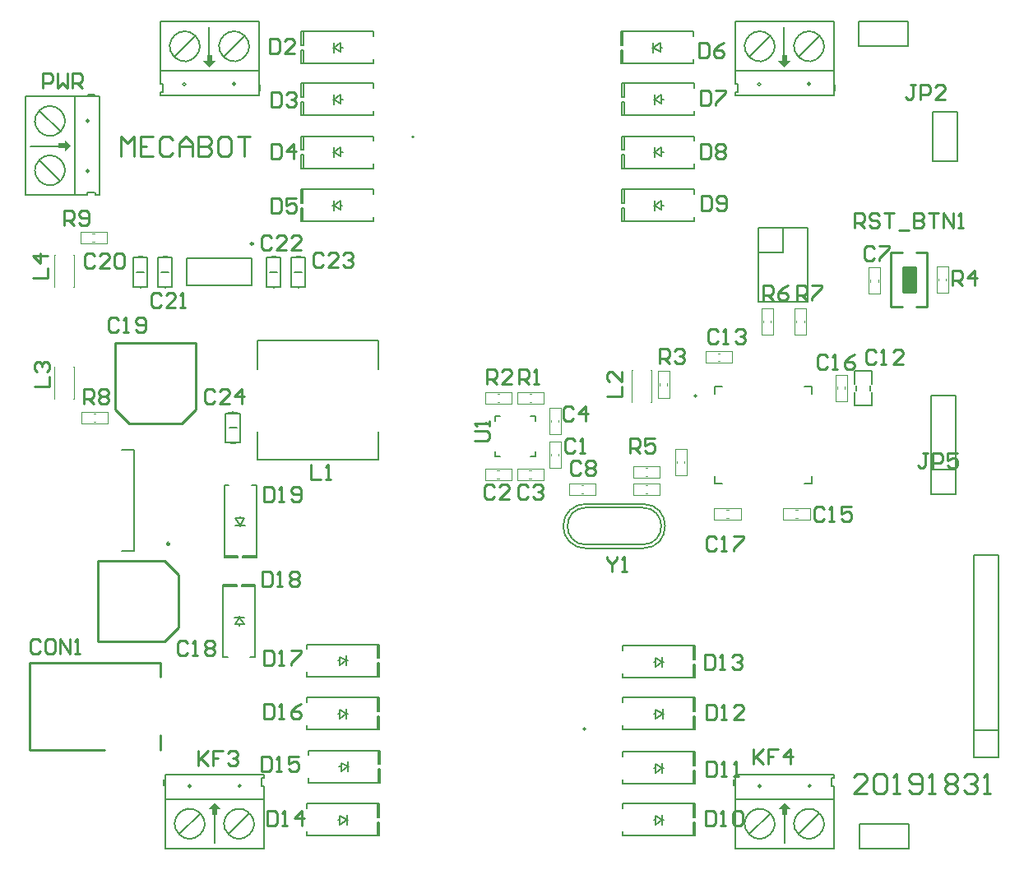
<source format=gto>
G04*
G04 #@! TF.GenerationSoftware,Altium Limited,Altium Designer,24.1.2 (44)*
G04*
G04 Layer_Color=65535*
%FSLAX44Y44*%
%MOMM*%
G71*
G04*
G04 #@! TF.SameCoordinates,62CA38D4-F58F-499B-8EE2-8B19808DB9CE*
G04*
G04*
G04 #@! TF.FilePolarity,Positive*
G04*
G01*
G75*
%ADD10C,0.1778*%
%ADD11C,0.2000*%
%ADD12C,0.1270*%
%ADD13C,0.2500*%
%ADD14C,0.2540*%
%ADD15C,0.1016*%
%ADD16R,1.2700X2.5400*%
G36*
X198000Y52309D02*
X191650Y45959D01*
X195460D01*
Y39609D01*
X200540D01*
Y45959D01*
X204350D01*
X198000Y52309D01*
D02*
G37*
G36*
X784740D02*
X778390Y45959D01*
X782200D01*
Y39609D01*
X787280D01*
Y45959D01*
X791090D01*
X784740Y52309D01*
D02*
G37*
G36*
X50340Y728900D02*
X43990Y735250D01*
Y731440D01*
X37640D01*
Y726360D01*
X43990D01*
Y722550D01*
X50340Y728900D01*
D02*
G37*
G36*
X192920Y809610D02*
X199270Y815960D01*
X195460D01*
Y822310D01*
X190380D01*
Y815960D01*
X186570D01*
X192920Y809610D01*
D02*
G37*
G36*
X784740D02*
X791090Y815960D01*
X787280D01*
Y822310D01*
X782200D01*
Y815960D01*
X778390D01*
X784740Y809610D01*
D02*
G37*
D10*
X40291Y693402D02*
G03*
X38922Y692024I-11541J10098D01*
G01*
X68984Y754300D02*
G03*
X68984Y754300I-1626J0D01*
G01*
X69238Y702992D02*
G03*
X69238Y702992I-1626J0D01*
G01*
X40447Y744383D02*
G03*
X38922Y742824I-11697J9917D01*
G01*
X208403Y819503D02*
G03*
X206844Y821028I9917J11697D01*
G01*
X168638Y792338D02*
G03*
X168638Y792338I-1626J0D01*
G01*
X219946Y792592D02*
G03*
X219946Y792592I-1626J0D01*
G01*
X157422Y819659D02*
G03*
X156044Y821028I10098J11541D01*
G01*
X233498Y42260D02*
G03*
X234876Y40891I-10098J-11541D01*
G01*
X174226Y69327D02*
G03*
X174226Y69327I-1626J0D01*
G01*
X225534Y69581D02*
G03*
X225534Y69581I-1626J0D01*
G01*
X182517Y42416D02*
G03*
X184076Y40891I-9917J-11697D01*
G01*
X769257Y42416D02*
G03*
X770816Y40891I-9917J-11697D01*
G01*
X812274Y69581D02*
G03*
X812274Y69581I-1626J0D01*
G01*
X760966Y69327D02*
G03*
X760966Y69327I-1626J0D01*
G01*
X820238Y42260D02*
G03*
X821616Y40891I-10098J-11541D01*
G01*
X800223Y819503D02*
G03*
X798664Y821028I9917J11697D01*
G01*
X760458Y792338D02*
G03*
X760458Y792338I-1626J0D01*
G01*
X811766Y792592D02*
G03*
X811766Y792592I-1626J0D01*
G01*
X749242Y819659D02*
G03*
X747864Y821028I10098J11541D01*
G01*
X639282Y314311D02*
G03*
X639060Y360030I-151J22859D01*
G01*
X580640D02*
G03*
X580627Y314335I-769J-22847D01*
G01*
X639060Y318120D02*
G03*
X638875Y356219I-126J19050D01*
G01*
X580455D02*
G03*
X580640Y318120I126J-19050D01*
G01*
X75740Y678100D02*
X79550D01*
X75740D02*
Y680640D01*
X79550Y678100D02*
Y779700D01*
X8684Y678100D02*
X38910D01*
X3350D02*
Y779700D01*
X18082Y714168D02*
X39545Y692705D01*
X8684Y728392D02*
X47038D01*
X68120Y781224D02*
X74470D01*
X41450Y779700D02*
X79550D01*
X67104Y680640D02*
X74978D01*
X67104Y678100D02*
Y680640D01*
X3350Y678100D02*
X67104D01*
X3350Y779700D02*
X41450D01*
X54150Y678100D02*
Y779700D01*
X18082Y764968D02*
X39672Y743378D01*
X207398Y820278D02*
X228988Y841868D01*
X142120Y805800D02*
X243720D01*
Y818500D02*
Y856600D01*
X142120Y792846D02*
Y856600D01*
Y792846D02*
X144660D01*
Y784972D02*
Y792846D01*
X243720Y780400D02*
Y818500D01*
X245244Y785480D02*
Y791830D01*
X192412Y812912D02*
Y851266D01*
X156725Y820405D02*
X178188Y841868D01*
X142120Y856600D02*
X243720D01*
X142120Y821040D02*
Y851266D01*
Y780400D02*
X243720D01*
X142120Y784210D02*
X144660D01*
X142120Y780400D02*
Y784210D01*
X872844Y477082D02*
Y481654D01*
X859128Y477082D02*
Y481654D01*
X248800Y77709D02*
Y81519D01*
X246260Y77709D02*
X248800D01*
X147200Y81519D02*
X248800D01*
Y10653D02*
Y40879D01*
X147200Y5319D02*
X248800D01*
X212732Y20051D02*
X234195Y41514D01*
X198508Y10653D02*
Y49007D01*
X145676Y70089D02*
Y76439D01*
X147200Y43419D02*
Y81519D01*
X246260Y69073D02*
Y76947D01*
Y69073D02*
X248800D01*
Y5319D02*
Y69073D01*
X147200Y5319D02*
Y43419D01*
Y56119D02*
X248800D01*
X161932Y20051D02*
X183522Y41641D01*
X748672Y20051D02*
X770262Y41641D01*
X733940Y56119D02*
X835540D01*
X733940Y5319D02*
Y43419D01*
X835540Y5319D02*
Y69073D01*
X833000D02*
X835540D01*
X833000D02*
Y76947D01*
X733940Y43419D02*
Y81519D01*
X732416Y70089D02*
Y76439D01*
X785248Y10653D02*
Y49007D01*
X799472Y20051D02*
X820935Y41514D01*
X733940Y5319D02*
X835540D01*
Y10653D02*
Y40879D01*
X733940Y81519D02*
X835540D01*
X833000Y77709D02*
X835540D01*
Y81519D01*
X799218Y820278D02*
X820808Y841868D01*
X733940Y805800D02*
X835540D01*
Y818500D02*
Y856600D01*
X733940Y792846D02*
Y856600D01*
Y792846D02*
X736480D01*
Y784972D02*
Y792846D01*
X835540Y780400D02*
Y818500D01*
X837064Y785480D02*
Y791830D01*
X784232Y812912D02*
Y851266D01*
X748545Y820405D02*
X770008Y841868D01*
X733940Y856600D02*
X835540D01*
X733940Y821040D02*
Y851266D01*
Y780400D02*
X835540D01*
X733940Y784210D02*
X736480D01*
X733940Y780400D02*
Y784210D01*
X580640Y360032D02*
X639060Y360030D01*
X580640Y314310D02*
X639060D01*
X580640Y356222D02*
X639060Y356220D01*
X580640Y318120D02*
X639060D01*
D11*
X403470Y737830D02*
G03*
X403470Y737830I-1000J0D01*
G01*
X694150Y471150D02*
G03*
X694150Y471150I-1000J0D01*
G01*
X478880Y442880D02*
G03*
X478880Y442880I-1000J0D01*
G01*
X580000Y128280D02*
G03*
X580000Y128280I-1000J0D01*
G01*
X937140Y713090D02*
Y763890D01*
Y713090D02*
X962540D01*
Y763890D01*
X937140D02*
X962540D01*
X935870Y395590D02*
X961270D01*
X935870Y370190D02*
X961270D01*
X935870D02*
Y471790D01*
X961270Y370190D02*
Y471790D01*
X935870D02*
X961270D01*
X980000Y99067D02*
Y307267D01*
Y99067D02*
X1005400D01*
Y307267D01*
X980000D02*
X1005400D01*
X980000Y126966D02*
X1005400D01*
X327680Y667370D02*
X329680D01*
X319680D02*
X320680D01*
X327680Y663370D02*
Y672370D01*
X320680Y667370D02*
X327680Y672370D01*
X320680Y667370D02*
X327680Y663370D01*
X320680Y662370D02*
Y672370D01*
X287180Y669910D02*
Y683880D01*
X361510D01*
X287180Y669910D02*
X289120D01*
Y683880D01*
Y650860D02*
Y664830D01*
X287180D02*
X289120D01*
X361510Y679120D02*
Y683880D01*
X287180Y650860D02*
Y664830D01*
X361510Y650860D02*
Y655620D01*
X287180Y650860D02*
X361510D01*
X328000Y721980D02*
X330000D01*
X320000D02*
X321000D01*
X328000Y717980D02*
Y726980D01*
X321000Y721980D02*
X328000Y726980D01*
X321000Y721980D02*
X328000Y717980D01*
X321000Y716980D02*
Y726980D01*
X287500Y724520D02*
Y738490D01*
X361830D01*
X287500Y724520D02*
X289440D01*
Y738490D01*
Y705470D02*
Y719440D01*
X287500D02*
X289440D01*
X361830Y733730D02*
Y738490D01*
X287500Y705470D02*
Y719440D01*
X361830Y705470D02*
Y710230D01*
X287500Y705470D02*
X361830D01*
X328000Y776590D02*
X330000D01*
X320000D02*
X321000D01*
X328000Y772590D02*
Y781590D01*
X321000Y776590D02*
X328000Y781590D01*
X321000Y776590D02*
X328000Y772590D01*
X321000Y771590D02*
Y781590D01*
X287500Y779130D02*
Y793100D01*
X361830D01*
X287500Y779130D02*
X289440D01*
Y793100D01*
Y760080D02*
Y774050D01*
X287500D02*
X289440D01*
X361830Y788340D02*
Y793100D01*
X287500Y760080D02*
Y774050D01*
X361830Y760080D02*
Y764840D01*
X287500Y760080D02*
X361830D01*
X328000Y829930D02*
X330000D01*
X320000D02*
X321000D01*
X328000Y825930D02*
Y834930D01*
X321000Y829930D02*
X328000Y834930D01*
X321000Y829930D02*
X328000Y825930D01*
X321000Y824930D02*
Y834930D01*
X287500Y832470D02*
Y846440D01*
X361830D01*
X287500Y832470D02*
X289440D01*
Y846440D01*
Y813420D02*
Y827390D01*
X287500D02*
X289440D01*
X361830Y841680D02*
Y846440D01*
X287500Y813420D02*
Y827390D01*
X361830Y813420D02*
Y818180D01*
X287500Y813420D02*
X361830D01*
X874910Y461884D02*
Y475328D01*
Y483078D02*
Y496936D01*
X857130Y483078D02*
Y496936D01*
Y461884D02*
Y475328D01*
Y496936D02*
X874910D01*
X857130Y461884D02*
X874910D01*
X293570Y51420D02*
X367900D01*
X293570Y46660D02*
Y51420D01*
X367900Y37450D02*
Y51420D01*
X293570Y18400D02*
Y23160D01*
X365960Y37450D02*
X367900D01*
X365960D02*
Y51420D01*
Y18400D02*
Y32370D01*
X367900D01*
X293570Y18400D02*
X367900D01*
Y32370D01*
X334400Y29910D02*
Y39910D01*
X327400Y38910D02*
X334400Y34910D01*
X327400Y29910D02*
X334400Y34910D01*
X327400Y29910D02*
Y38910D01*
X334400Y34910D02*
X335400D01*
X325400D02*
X327400D01*
X294520Y106030D02*
X368850D01*
X294520Y101270D02*
Y106030D01*
X368850Y92060D02*
Y106030D01*
X294520Y73010D02*
Y77770D01*
X366910Y92060D02*
X368850D01*
X366910D02*
Y106030D01*
Y73010D02*
Y86980D01*
X368850D01*
X294520Y73010D02*
X368850D01*
Y86980D01*
X335350Y84520D02*
Y94520D01*
X328350Y93520D02*
X335350Y89520D01*
X328350Y84520D02*
X335350Y89520D01*
X328350Y84520D02*
Y93520D01*
X335350Y89520D02*
X336350D01*
X326350D02*
X328350D01*
X293250Y160640D02*
X367580D01*
X293250Y155880D02*
Y160640D01*
X367580Y146670D02*
Y160640D01*
X293250Y127620D02*
Y132380D01*
X365640Y146670D02*
X367580D01*
X365640D02*
Y160640D01*
Y127620D02*
Y141590D01*
X367580D01*
X293250Y127620D02*
X367580D01*
Y141590D01*
X334080Y139130D02*
Y149130D01*
X327080Y148130D02*
X334080Y144130D01*
X327080Y139130D02*
X334080Y144130D01*
X327080Y139130D02*
Y148130D01*
X334080Y144130D02*
X335080D01*
X325080D02*
X327080D01*
X293250Y215250D02*
X367580D01*
X293250Y210490D02*
Y215250D01*
X367580Y201280D02*
Y215250D01*
X293250Y182230D02*
Y186990D01*
X365640Y201280D02*
X367580D01*
X365640D02*
Y215250D01*
Y182230D02*
Y196200D01*
X367580D01*
X293250Y182230D02*
X367580D01*
Y196200D01*
X334080Y193740D02*
Y203740D01*
X327080Y202740D02*
X334080Y198740D01*
X327080Y193740D02*
X334080Y198740D01*
X327080Y193740D02*
Y202740D01*
X334080Y198740D02*
X335080D01*
X325080D02*
X327080D01*
X169580Y584790D02*
Y612790D01*
X236580Y584790D02*
Y612790D01*
X169580Y584790D02*
X236580D01*
X169580Y612790D02*
X236580D01*
X758070Y619110D02*
X783470D01*
Y644510D01*
X758070D02*
X808870D01*
Y568310D02*
Y644510D01*
X758070Y568310D02*
X808870D01*
X758070D02*
Y644510D01*
X616430Y813420D02*
X690760D01*
Y818180D01*
X616430Y813420D02*
Y827390D01*
X690760Y841680D02*
Y846440D01*
X616430Y827390D02*
X618370D01*
Y813420D02*
Y827390D01*
Y832470D02*
Y846440D01*
X616430Y832470D02*
X618370D01*
X616430Y846440D02*
X690760D01*
X616430Y832470D02*
Y846440D01*
X649930Y824930D02*
Y834930D01*
Y829930D02*
X656930Y825930D01*
X649930Y829930D02*
X656930Y834930D01*
Y825930D02*
Y834930D01*
X648930Y829930D02*
X649930D01*
X656930D02*
X658930D01*
X617700Y760080D02*
X692030D01*
Y764840D01*
X617700Y760080D02*
Y774050D01*
X692030Y788340D02*
Y793100D01*
X617700Y774050D02*
X619640D01*
Y760080D02*
Y774050D01*
Y779130D02*
Y793100D01*
X617700Y779130D02*
X619640D01*
X617700Y793100D02*
X692030D01*
X617700Y779130D02*
Y793100D01*
X651200Y771590D02*
Y781590D01*
Y776590D02*
X658200Y772590D01*
X651200Y776590D02*
X658200Y781590D01*
Y772590D02*
Y781590D01*
X650200Y776590D02*
X651200D01*
X658200D02*
X660200D01*
X617700Y705470D02*
X692030D01*
Y710230D01*
X617700Y705470D02*
Y719440D01*
X692030Y733730D02*
Y738490D01*
X617700Y719440D02*
X619640D01*
Y705470D02*
Y719440D01*
Y724520D02*
Y738490D01*
X617700Y724520D02*
X619640D01*
X617700Y738490D02*
X692030D01*
X617700Y724520D02*
Y738490D01*
X651200Y716980D02*
Y726980D01*
Y721980D02*
X658200Y717980D01*
X651200Y721980D02*
X658200Y726980D01*
Y717980D02*
Y726980D01*
X650200Y721980D02*
X651200D01*
X658200D02*
X660200D01*
X617700Y650860D02*
X692030D01*
Y655620D01*
X617700Y650860D02*
Y664830D01*
X692030Y679120D02*
Y683880D01*
X617700Y664830D02*
X619640D01*
Y650860D02*
Y664830D01*
Y669910D02*
Y683880D01*
X617700Y669910D02*
X619640D01*
X617700Y683880D02*
X692030D01*
X617700Y669910D02*
Y683880D01*
X651200Y662370D02*
Y672370D01*
Y667370D02*
X658200Y663370D01*
X651200Y667370D02*
X658200Y672370D01*
Y663370D02*
Y672370D01*
X650200Y667370D02*
X651200D01*
X658200D02*
X660200D01*
X242680Y405210D02*
X366680D01*
X242680Y528210D02*
X366680D01*
Y405210D02*
Y434710D01*
X242680Y405210D02*
Y434710D01*
X366680Y498710D02*
Y528210D01*
X242680Y498710D02*
Y528210D01*
X224670Y345250D02*
Y347250D01*
Y337250D02*
Y338250D01*
X219670Y345250D02*
X228670D01*
X219670D02*
X224670Y338250D01*
X228670Y345250D01*
X219670Y338250D02*
X229670D01*
X208160Y304750D02*
X222130D01*
X208160D02*
Y379080D01*
X222130Y304750D02*
Y306690D01*
X208160D02*
X222130D01*
X227210D02*
X241180D01*
X227210Y304750D02*
Y306690D01*
X208160Y379080D02*
X212920D01*
X227210Y304750D02*
X241180D01*
X236420Y379080D02*
X241180D01*
Y304750D02*
Y379080D01*
X223400Y234380D02*
Y236380D01*
Y243380D02*
Y244380D01*
X219400Y236380D02*
X228400D01*
X223400Y243380D02*
X228400Y236380D01*
X219400D02*
X223400Y243380D01*
X218400D02*
X228400D01*
X225940Y276880D02*
X239910D01*
Y202550D02*
Y276880D01*
X225940Y274940D02*
Y276880D01*
Y274940D02*
X239910D01*
X206890D02*
X220860D01*
Y276880D01*
X235150Y202550D02*
X239910D01*
X206890Y276880D02*
X220860D01*
X206890Y202550D02*
X211650D01*
X206890D02*
Y276880D01*
X650200Y34910D02*
X652200D01*
X659200D02*
X660200D01*
X652200Y29910D02*
Y38910D01*
Y29910D02*
X659200Y34910D01*
X652200Y38910D02*
X659200Y34910D01*
Y29910D02*
Y39910D01*
X692700Y18400D02*
Y32370D01*
X618370Y18400D02*
X692700D01*
X690760Y32370D02*
X692700D01*
X690760Y18400D02*
Y32370D01*
Y37450D02*
Y51420D01*
Y37450D02*
X692700D01*
X618370Y18400D02*
Y23160D01*
X692700Y37450D02*
Y51420D01*
X618370Y46660D02*
Y51420D01*
X692700D01*
X650200Y88250D02*
X652200D01*
X659200D02*
X660200D01*
X652200Y83250D02*
Y92250D01*
Y83250D02*
X659200Y88250D01*
X652200Y92250D02*
X659200Y88250D01*
Y83250D02*
Y93250D01*
X692700Y71740D02*
Y85710D01*
X618370Y71740D02*
X692700D01*
X690760Y85710D02*
X692700D01*
X690760Y71740D02*
Y85710D01*
Y90790D02*
Y104760D01*
Y90790D02*
X692700D01*
X618370Y71740D02*
Y76500D01*
X692700Y90790D02*
Y104760D01*
X618370Y100000D02*
Y104760D01*
X692700D01*
X650520Y144130D02*
X652520D01*
X659520D02*
X660520D01*
X652520Y139130D02*
Y148130D01*
Y139130D02*
X659520Y144130D01*
X652520Y148130D02*
X659520Y144130D01*
Y139130D02*
Y149130D01*
X693020Y127620D02*
Y141590D01*
X618690Y127620D02*
X693020D01*
X691080Y141590D02*
X693020D01*
X691080Y127620D02*
Y141590D01*
Y146670D02*
Y160640D01*
Y146670D02*
X693020D01*
X618690Y127620D02*
Y132380D01*
X693020Y146670D02*
Y160640D01*
X618690Y155880D02*
Y160640D01*
X693020D01*
X650200Y197470D02*
X652200D01*
X659200D02*
X660200D01*
X652200Y192470D02*
Y201470D01*
Y192470D02*
X659200Y197470D01*
X652200Y201470D02*
X659200Y197470D01*
Y192470D02*
Y202470D01*
X692700Y180960D02*
Y194930D01*
X618370Y180960D02*
X692700D01*
X690760Y194930D02*
X692700D01*
X690760Y180960D02*
Y194930D01*
Y200010D02*
Y213980D01*
Y200010D02*
X692700D01*
X618370Y180960D02*
Y185720D01*
X692700Y200010D02*
Y213980D01*
X618370Y209220D02*
Y213980D01*
X692700D01*
X862210Y30830D02*
X913010D01*
X862210Y5430D02*
Y30830D01*
Y5430D02*
X913010D01*
Y30830D01*
X860940Y856600D02*
X911740D01*
X860940Y831200D02*
Y856600D01*
Y831200D02*
X911740D01*
Y856600D01*
X103010Y415840D02*
X115010D01*
Y311840D02*
Y415840D01*
X103010Y311840D02*
X115010D01*
D12*
X212036Y423345D02*
G03*
X222064Y423345I5014J12534D01*
G01*
Y453414D02*
G03*
X212036Y453414I-5014J-12534D01*
G01*
X142186Y583756D02*
G03*
X152214Y583756I5014J12534D01*
G01*
Y613824D02*
G03*
X142186Y613824I-5014J-12534D01*
G01*
X116786Y583756D02*
G03*
X126814Y583756I5014J12534D01*
G01*
Y613824D02*
G03*
X116786Y613824I-5014J-12534D01*
G01*
X279346Y583756D02*
G03*
X289374Y583756I5014J12534D01*
G01*
Y613824D02*
G03*
X279346Y613824I-5014J-12534D01*
G01*
X253946Y583756D02*
G03*
X263974Y583756I5014J12534D01*
G01*
Y613824D02*
G03*
X253946Y613824I-5014J-12534D01*
G01*
X209550Y453380D02*
X224550D01*
X209550Y423380D02*
X224550D01*
Y453380D01*
X209550Y423380D02*
Y453380D01*
X213240Y438380D02*
X220860D01*
X143390Y598790D02*
X151010D01*
X154700Y583790D02*
Y613790D01*
X139700Y583790D02*
Y613790D01*
X154700D01*
X139700Y583790D02*
X154700D01*
X117990Y598790D02*
X125610D01*
X129300Y583790D02*
Y613790D01*
X114300Y583790D02*
Y613790D01*
X129300D01*
X114300Y583790D02*
X129300D01*
X280550Y598790D02*
X288170D01*
X291860Y583790D02*
Y613790D01*
X276860Y583790D02*
Y613790D01*
X291860D01*
X276860Y583790D02*
X291860D01*
X255150Y598790D02*
X262770D01*
X266460Y583790D02*
Y613790D01*
X251460Y583790D02*
Y613790D01*
X266460D01*
X251460Y583790D02*
X266460D01*
X713150Y381150D02*
Y388986D01*
Y473314D02*
Y481150D01*
X805314D02*
X813150D01*
Y381150D02*
Y388986D01*
X713150Y381150D02*
X720986D01*
X805314D02*
X813150D01*
Y473314D02*
Y481150D01*
X713150D02*
X720986D01*
X487380Y450380D02*
X492280D01*
X487380Y445480D02*
Y450380D01*
X523480Y409380D02*
X528380D01*
Y414280D01*
X487380Y409380D02*
Y414280D01*
Y409380D02*
X492280D01*
X528380Y445480D02*
Y450380D01*
X523480D02*
X528380D01*
D13*
X237830Y627790D02*
G03*
X237830Y627790I-1250J0D01*
G01*
X151760Y318840D02*
G03*
X151760Y318840I-1250J0D01*
G01*
D14*
X95540Y525990D02*
X178540D01*
X95540Y457410D02*
X109960Y442990D01*
X95540Y457410D02*
Y525990D01*
X109960Y442990D02*
X164120D01*
X178540Y457410D01*
Y525990D01*
X77700Y218200D02*
Y301200D01*
X146280Y218200D02*
X160700Y232620D01*
X77700Y218200D02*
X146280D01*
X160700Y232620D02*
Y286780D01*
X146280Y301200D02*
X160700Y286780D01*
X77700Y301200D02*
X146280D01*
X7430Y106750D02*
X84930D01*
X7430D02*
Y196750D01*
X142430D01*
Y181750D02*
Y196750D01*
Y106750D02*
Y121750D01*
X894468Y562976D02*
X905898D01*
X920122D02*
X931552D01*
Y619364D01*
X894468Y562976D02*
Y619364D01*
X906660Y578470D02*
Y603870D01*
X919360D01*
Y578470D02*
Y603870D01*
X906660Y578470D02*
X919360D01*
X894468Y619364D02*
X905898D01*
X920122D02*
X931552D01*
X101790Y718290D02*
Y738283D01*
X108455Y731619D01*
X115119Y738283D01*
Y718290D01*
X135113Y738283D02*
X121784D01*
Y718290D01*
X135113D01*
X121784Y728287D02*
X128448D01*
X155106Y734951D02*
X151774Y738283D01*
X145109D01*
X141777Y734951D01*
Y721622D01*
X145109Y718290D01*
X151774D01*
X155106Y721622D01*
X161771Y718290D02*
Y731619D01*
X168435Y738283D01*
X175100Y731619D01*
Y718290D01*
Y728287D01*
X161771D01*
X181764Y738283D02*
Y718290D01*
X191761D01*
X195093Y721622D01*
Y724955D01*
X191761Y728287D01*
X181764D01*
X191761D01*
X195093Y731619D01*
Y734951D01*
X191761Y738283D01*
X181764D01*
X211755D02*
X205090D01*
X201758Y734951D01*
Y721622D01*
X205090Y718290D01*
X211755D01*
X215087Y721622D01*
Y734951D01*
X211755Y738283D01*
X221751D02*
X235080D01*
X228416D01*
Y718290D01*
X869869Y62040D02*
X856540D01*
X869869Y75369D01*
Y78701D01*
X866537Y82034D01*
X859872D01*
X856540Y78701D01*
X876534D02*
X879866Y82034D01*
X886530D01*
X889863Y78701D01*
Y65372D01*
X886530Y62040D01*
X879866D01*
X876534Y65372D01*
Y78701D01*
X896527Y62040D02*
X903192D01*
X899859D01*
Y82034D01*
X896527Y78701D01*
X913188Y65372D02*
X916521Y62040D01*
X923185D01*
X926517Y65372D01*
Y78701D01*
X923185Y82034D01*
X916521D01*
X913188Y78701D01*
Y75369D01*
X916521Y72037D01*
X926517D01*
X933182Y62040D02*
X939846D01*
X936514D01*
Y82034D01*
X933182Y78701D01*
X949843D02*
X953176Y82034D01*
X959840D01*
X963172Y78701D01*
Y75369D01*
X959840Y72037D01*
X963172Y68705D01*
Y65372D01*
X959840Y62040D01*
X953176D01*
X949843Y65372D01*
Y68705D01*
X953176Y72037D01*
X949843Y75369D01*
Y78701D01*
X953176Y72037D02*
X959840D01*
X969837Y78701D02*
X973169Y82034D01*
X979834D01*
X983166Y78701D01*
Y75369D01*
X979834Y72037D01*
X976501D01*
X979834D01*
X983166Y68705D01*
Y65372D01*
X979834Y62040D01*
X973169D01*
X969837Y65372D01*
X989830Y62040D02*
X996495D01*
X993163D01*
Y82034D01*
X989830Y78701D01*
X21437Y788382D02*
Y803617D01*
X29054D01*
X31593Y801078D01*
Y796000D01*
X29054Y793461D01*
X21437D01*
X36672Y803617D02*
Y788382D01*
X41750Y793461D01*
X46828Y788382D01*
Y803617D01*
X51907Y788382D02*
Y803617D01*
X59524D01*
X62063Y801078D01*
Y796000D01*
X59524Y793461D01*
X51907D01*
X56985D02*
X62063Y788382D01*
X12582Y480684D02*
X27817D01*
Y490841D01*
X15122Y495919D02*
X12582Y498458D01*
Y503537D01*
X15122Y506076D01*
X17661D01*
X20200Y503537D01*
Y500998D01*
Y503537D01*
X22739Y506076D01*
X25278D01*
X27817Y503537D01*
Y498458D01*
X25278Y495919D01*
X601862Y470524D02*
X617098D01*
Y480681D01*
Y495916D02*
Y485759D01*
X606941Y495916D01*
X604402D01*
X601862Y493377D01*
Y488298D01*
X604402Y485759D01*
X11313Y592444D02*
X26548D01*
Y602601D01*
Y615297D02*
X11313D01*
X18930Y607679D01*
Y617836D01*
X878723Y516238D02*
X876184Y518778D01*
X871105D01*
X868566Y516238D01*
Y506082D01*
X871105Y503543D01*
X876184D01*
X878723Y506082D01*
X883801Y503543D02*
X888880D01*
X886340D01*
Y518778D01*
X883801Y516238D01*
X906654Y503543D02*
X896497D01*
X906654Y513699D01*
Y516238D01*
X904115Y518778D01*
X899036D01*
X896497Y516238D01*
X601863Y305417D02*
Y302878D01*
X606942Y297800D01*
X612020Y302878D01*
Y305417D01*
X606942Y297800D02*
Y290182D01*
X617098D02*
X622177D01*
X619638D01*
Y305417D01*
X617098Y302878D01*
X465972Y424803D02*
X478668D01*
X481208Y427342D01*
Y432421D01*
X478668Y434960D01*
X465972D01*
X481208Y440038D02*
Y445117D01*
Y442578D01*
X465972D01*
X468512Y440038D01*
X857148Y644512D02*
Y659747D01*
X864766D01*
X867305Y657208D01*
Y652130D01*
X864766Y649590D01*
X857148D01*
X862226D02*
X867305Y644512D01*
X882540Y657208D02*
X880001Y659747D01*
X874922D01*
X872383Y657208D01*
Y654669D01*
X874922Y652130D01*
X880001D01*
X882540Y649590D01*
Y647051D01*
X880001Y644512D01*
X874922D01*
X872383Y647051D01*
X887618Y659747D02*
X897775D01*
X892697D01*
Y644512D01*
X902853Y641973D02*
X913010D01*
X918088Y659747D02*
Y644512D01*
X925706D01*
X928245Y647051D01*
Y649590D01*
X925706Y652130D01*
X918088D01*
X925706D01*
X928245Y654669D01*
Y657208D01*
X925706Y659747D01*
X918088D01*
X933324D02*
X943480D01*
X938402D01*
Y644512D01*
X948559D02*
Y659747D01*
X958715Y644512D01*
Y659747D01*
X963794Y644512D02*
X968872D01*
X966333D01*
Y659747D01*
X963794Y657208D01*
X43064Y647053D02*
Y662288D01*
X50682D01*
X53221Y659748D01*
Y654670D01*
X50682Y652131D01*
X43064D01*
X48142D02*
X53221Y647053D01*
X58299Y649592D02*
X60838Y647053D01*
X65917D01*
X68456Y649592D01*
Y659748D01*
X65917Y662288D01*
X60838D01*
X58299Y659748D01*
Y657209D01*
X60838Y654670D01*
X68456D01*
X63380Y462900D02*
Y478135D01*
X70998D01*
X73537Y475596D01*
Y470518D01*
X70998Y467978D01*
X63380D01*
X68458D02*
X73537Y462900D01*
X78615Y475596D02*
X81154Y478135D01*
X86233D01*
X88772Y475596D01*
Y473057D01*
X86233Y470518D01*
X88772Y467978D01*
Y465439D01*
X86233Y462900D01*
X81154D01*
X78615Y465439D01*
Y467978D01*
X81154Y470518D01*
X78615Y473057D01*
Y475596D01*
X81154Y470518D02*
X86233D01*
X797440Y569834D02*
Y585069D01*
X805058D01*
X807597Y582530D01*
Y577452D01*
X805058Y574912D01*
X797440D01*
X802518D02*
X807597Y569834D01*
X812675Y585069D02*
X822832D01*
Y582530D01*
X812675Y572373D01*
Y569834D01*
X763150Y569580D02*
Y584815D01*
X770768D01*
X773307Y582276D01*
Y577197D01*
X770768Y574658D01*
X763150D01*
X768228D02*
X773307Y569580D01*
X788542Y584815D02*
X783463Y582276D01*
X778385Y577197D01*
Y572119D01*
X780924Y569580D01*
X786003D01*
X788542Y572119D01*
Y574658D01*
X786003Y577197D01*
X778385D01*
X625994Y412103D02*
Y427337D01*
X633612D01*
X636151Y424798D01*
Y419720D01*
X633612Y417181D01*
X625994D01*
X631073D02*
X636151Y412103D01*
X651386Y427337D02*
X641229D01*
Y419720D01*
X646308Y422259D01*
X648847D01*
X651386Y419720D01*
Y414642D01*
X648847Y412103D01*
X643768D01*
X641229Y414642D01*
X957464Y584823D02*
Y600057D01*
X965082D01*
X967621Y597518D01*
Y592440D01*
X965082Y589901D01*
X957464D01*
X962542D02*
X967621Y584823D01*
X980317D02*
Y600057D01*
X972699Y592440D01*
X982856D01*
X656470Y504810D02*
Y520045D01*
X664088D01*
X666627Y517506D01*
Y512427D01*
X664088Y509888D01*
X656470D01*
X661548D02*
X666627Y504810D01*
X671705Y517506D02*
X674244Y520045D01*
X679323D01*
X681862Y517506D01*
Y514967D01*
X679323Y512427D01*
X676783D01*
X679323D01*
X681862Y509888D01*
Y507349D01*
X679323Y504810D01*
X674244D01*
X671705Y507349D01*
X478670Y483220D02*
Y498455D01*
X486287D01*
X488827Y495916D01*
Y490838D01*
X486287Y488298D01*
X478670D01*
X483748D02*
X488827Y483220D01*
X504062D02*
X493905D01*
X504062Y493377D01*
Y495916D01*
X501523Y498455D01*
X496444D01*
X493905Y495916D01*
X511436Y483220D02*
Y498455D01*
X519053D01*
X521593Y495916D01*
Y490838D01*
X519053Y488298D01*
X511436D01*
X516514D02*
X521593Y483220D01*
X526671D02*
X531749D01*
X529210D01*
Y498455D01*
X526671Y495916D01*
X297063Y400667D02*
Y385433D01*
X307220D01*
X312298D02*
X317377D01*
X314838D01*
Y400667D01*
X312298Y398128D01*
X752997Y107297D02*
Y92063D01*
Y97141D01*
X763153Y107297D01*
X755536Y99680D01*
X763153Y92063D01*
X778388Y107297D02*
X768232D01*
Y99680D01*
X773310D01*
X768232D01*
Y92063D01*
X791084D02*
Y107297D01*
X783467Y99680D01*
X793624D01*
X181497Y106027D02*
Y90793D01*
Y95871D01*
X191653Y106027D01*
X184036Y98410D01*
X191653Y90793D01*
X206888Y106027D02*
X196732D01*
Y98410D01*
X201810D01*
X196732D01*
Y90793D01*
X211967Y103488D02*
X214506Y106027D01*
X219584D01*
X222124Y103488D01*
Y100949D01*
X219584Y98410D01*
X217045D01*
X219584D01*
X222124Y95871D01*
Y93332D01*
X219584Y90793D01*
X214506D01*
X211967Y93332D01*
X932063Y412098D02*
X926985D01*
X929524D01*
Y399402D01*
X926985Y396862D01*
X924446D01*
X921907Y399402D01*
X937142Y396862D02*
Y412098D01*
X944759D01*
X947298Y409558D01*
Y404480D01*
X944759Y401941D01*
X937142D01*
X962533Y412098D02*
X952377D01*
Y404480D01*
X957455Y407019D01*
X959994D01*
X962533Y404480D01*
Y399402D01*
X959994Y396862D01*
X954916D01*
X952377Y399402D01*
X919363Y791827D02*
X914285D01*
X916824D01*
Y779132D01*
X914285Y776592D01*
X911746D01*
X909207Y779132D01*
X924442Y776592D02*
Y791827D01*
X932059D01*
X934598Y789288D01*
Y784210D01*
X932059Y781671D01*
X924442D01*
X949834Y776592D02*
X939677D01*
X949834Y786749D01*
Y789288D01*
X947294Y791827D01*
X942216D01*
X939677Y789288D01*
X248806Y377808D02*
Y362573D01*
X256424D01*
X258963Y365112D01*
Y375268D01*
X256424Y377808D01*
X248806D01*
X264041Y362573D02*
X269120D01*
X266580D01*
Y377808D01*
X264041Y375268D01*
X276737Y365112D02*
X279276Y362573D01*
X284355D01*
X286894Y365112D01*
Y375268D01*
X284355Y377808D01*
X279276D01*
X276737Y375268D01*
Y372729D01*
X279276Y370190D01*
X286894D01*
X247536Y290177D02*
Y274942D01*
X255154D01*
X257693Y277482D01*
Y287638D01*
X255154Y290177D01*
X247536D01*
X262771Y274942D02*
X267850D01*
X265310D01*
Y290177D01*
X262771Y287638D01*
X275467D02*
X278006Y290177D01*
X283085D01*
X285624Y287638D01*
Y285099D01*
X283085Y282560D01*
X285624Y280021D01*
Y277482D01*
X283085Y274942D01*
X278006D01*
X275467Y277482D01*
Y280021D01*
X278006Y282560D01*
X275467Y285099D01*
Y287638D01*
X278006Y282560D02*
X283085D01*
X248806Y208897D02*
Y193662D01*
X256424D01*
X258963Y196202D01*
Y206358D01*
X256424Y208897D01*
X248806D01*
X264041Y193662D02*
X269120D01*
X266580D01*
Y208897D01*
X264041Y206358D01*
X276737Y208897D02*
X286894D01*
Y206358D01*
X276737Y196202D01*
Y193662D01*
X248806Y154288D02*
Y139052D01*
X256424D01*
X258963Y141592D01*
Y151748D01*
X256424Y154288D01*
X248806D01*
X264041Y139052D02*
X269120D01*
X266580D01*
Y154288D01*
X264041Y151748D01*
X286894Y154288D02*
X281815Y151748D01*
X276737Y146670D01*
Y141592D01*
X279276Y139052D01*
X284355D01*
X286894Y141592D01*
Y144131D01*
X284355Y146670D01*
X276737D01*
X246266Y99677D02*
Y84443D01*
X253884D01*
X256423Y86982D01*
Y97138D01*
X253884Y99677D01*
X246266D01*
X261501Y84443D02*
X266580D01*
X264040D01*
Y99677D01*
X261501Y97138D01*
X284354Y99677D02*
X274197D01*
Y92060D01*
X279275Y94599D01*
X281815D01*
X284354Y92060D01*
Y86982D01*
X281815Y84443D01*
X276736D01*
X274197Y86982D01*
X252616Y43797D02*
Y28563D01*
X260234D01*
X262773Y31102D01*
Y41258D01*
X260234Y43797D01*
X252616D01*
X267851Y28563D02*
X272930D01*
X270390D01*
Y43797D01*
X267851Y41258D01*
X288165Y28563D02*
Y43797D01*
X280547Y36180D01*
X290704D01*
X703146Y205088D02*
Y189853D01*
X710764D01*
X713303Y192392D01*
Y202548D01*
X710764Y205088D01*
X703146D01*
X718381Y189853D02*
X723460D01*
X720920D01*
Y205088D01*
X718381Y202548D01*
X731077D02*
X733616Y205088D01*
X738695D01*
X741234Y202548D01*
Y200009D01*
X738695Y197470D01*
X736155D01*
X738695D01*
X741234Y194931D01*
Y192392D01*
X738695Y189853D01*
X733616D01*
X731077Y192392D01*
X704736Y153018D02*
Y137782D01*
X712354D01*
X714893Y140322D01*
Y150478D01*
X712354Y153018D01*
X704736D01*
X719971Y137782D02*
X725050D01*
X722510D01*
Y153018D01*
X719971Y150478D01*
X742824Y137782D02*
X732667D01*
X742824Y147939D01*
Y150478D01*
X740285Y153018D01*
X735206D01*
X732667Y150478D01*
X704735Y94598D02*
Y79363D01*
X712353D01*
X714892Y81902D01*
Y92058D01*
X712353Y94598D01*
X704735D01*
X719970Y79363D02*
X725049D01*
X722510D01*
Y94598D01*
X719970Y92058D01*
X732666Y79363D02*
X737745D01*
X735206D01*
Y94598D01*
X732666Y92058D01*
X703466Y43797D02*
Y28563D01*
X711084D01*
X713623Y31102D01*
Y41258D01*
X711084Y43797D01*
X703466D01*
X718701Y28563D02*
X723780D01*
X721240D01*
Y43797D01*
X718701Y41258D01*
X731397D02*
X733936Y43797D01*
X739015D01*
X741554Y41258D01*
Y31102D01*
X739015Y28563D01*
X733936D01*
X731397Y31102D01*
Y41258D01*
X699654Y677527D02*
Y662292D01*
X707272D01*
X709811Y664832D01*
Y674988D01*
X707272Y677527D01*
X699654D01*
X714889Y664832D02*
X717428Y662292D01*
X722507D01*
X725046Y664832D01*
Y674988D01*
X722507Y677527D01*
X717428D01*
X714889Y674988D01*
Y672449D01*
X717428Y669910D01*
X725046D01*
X698704Y730925D02*
Y715690D01*
X706322D01*
X708861Y718229D01*
Y728386D01*
X706322Y730925D01*
X698704D01*
X713939Y728386D02*
X716478Y730925D01*
X721557D01*
X724096Y728386D01*
Y725847D01*
X721557Y723307D01*
X724096Y720768D01*
Y718229D01*
X721557Y715690D01*
X716478D01*
X713939Y718229D01*
Y720768D01*
X716478Y723307D01*
X713939Y725847D01*
Y728386D01*
X716478Y723307D02*
X721557D01*
X698704Y785478D02*
Y770242D01*
X706322D01*
X708861Y772782D01*
Y782938D01*
X706322Y785478D01*
X698704D01*
X713939D02*
X724096D01*
Y782938D01*
X713939Y772782D01*
Y770242D01*
X697434Y835007D02*
Y819772D01*
X705052D01*
X707591Y822312D01*
Y832468D01*
X705052Y835007D01*
X697434D01*
X722826D02*
X717747Y832468D01*
X712669Y827390D01*
Y822312D01*
X715208Y819772D01*
X720287D01*
X722826Y822312D01*
Y824851D01*
X720287Y827390D01*
X712669D01*
X256424Y674987D02*
Y659753D01*
X264042D01*
X266581Y662292D01*
Y672448D01*
X264042Y674987D01*
X256424D01*
X281816D02*
X271659D01*
Y667370D01*
X276737Y669909D01*
X279277D01*
X281816Y667370D01*
Y662292D01*
X279277Y659753D01*
X274198D01*
X271659Y662292D01*
X256424Y730867D02*
Y715632D01*
X264042D01*
X266581Y718172D01*
Y728328D01*
X264042Y730867D01*
X256424D01*
X279277Y715632D02*
Y730867D01*
X271659Y723250D01*
X281816D01*
X256424Y784208D02*
Y768972D01*
X264042D01*
X266581Y771512D01*
Y781668D01*
X264042Y784208D01*
X256424D01*
X271659Y781668D02*
X274198Y784208D01*
X279277D01*
X281816Y781668D01*
Y779129D01*
X279277Y776590D01*
X276737D01*
X279277D01*
X281816Y774051D01*
Y771512D01*
X279277Y768972D01*
X274198D01*
X271659Y771512D01*
X255154Y838818D02*
Y823583D01*
X262772D01*
X265311Y826122D01*
Y836278D01*
X262772Y838818D01*
X255154D01*
X280546Y823583D02*
X270389D01*
X280546Y833739D01*
Y836278D01*
X278007Y838818D01*
X272928D01*
X270389Y836278D01*
X18927Y218294D02*
X16387Y220833D01*
X11309D01*
X8770Y218294D01*
Y208137D01*
X11309Y205598D01*
X16387D01*
X18927Y208137D01*
X31623Y220833D02*
X26544D01*
X24005Y218294D01*
Y208137D01*
X26544Y205598D01*
X31623D01*
X34162Y208137D01*
Y218294D01*
X31623Y220833D01*
X39240Y205598D02*
Y220833D01*
X49397Y205598D01*
Y220833D01*
X54475Y205598D02*
X59554D01*
X57014D01*
Y220833D01*
X54475Y218294D01*
X198003Y475598D02*
X195464Y478138D01*
X190386D01*
X187847Y475598D01*
Y465442D01*
X190386Y462902D01*
X195464D01*
X198003Y465442D01*
X213238Y462902D02*
X203082D01*
X213238Y473059D01*
Y475598D01*
X210699Y478138D01*
X205621D01*
X203082Y475598D01*
X225934Y462902D02*
Y478138D01*
X218317Y470520D01*
X228473D01*
X309763Y616568D02*
X307224Y619108D01*
X302146D01*
X299607Y616568D01*
Y606412D01*
X302146Y603872D01*
X307224D01*
X309763Y606412D01*
X324998Y603872D02*
X314842D01*
X324998Y614029D01*
Y616568D01*
X322459Y619108D01*
X317381D01*
X314842Y616568D01*
X330077D02*
X332616Y619108D01*
X337694D01*
X340233Y616568D01*
Y614029D01*
X337694Y611490D01*
X335155D01*
X337694D01*
X340233Y608951D01*
Y606412D01*
X337694Y603872D01*
X332616D01*
X330077Y606412D01*
X256423Y634348D02*
X253884Y636888D01*
X248806D01*
X246267Y634348D01*
Y624192D01*
X248806Y621652D01*
X253884D01*
X256423Y624192D01*
X271658Y621652D02*
X261502D01*
X271658Y631809D01*
Y634348D01*
X269119Y636888D01*
X264041D01*
X261502Y634348D01*
X286894Y621652D02*
X276737D01*
X286894Y631809D01*
Y634348D01*
X284354Y636888D01*
X279276D01*
X276737Y634348D01*
X142882Y574828D02*
X140343Y577368D01*
X135265D01*
X132726Y574828D01*
Y564672D01*
X135265Y562132D01*
X140343D01*
X142882Y564672D01*
X158118Y562132D02*
X147961D01*
X158118Y572289D01*
Y574828D01*
X155578Y577368D01*
X150500D01*
X147961Y574828D01*
X163196Y562132D02*
X168274D01*
X165735D01*
Y577368D01*
X163196Y574828D01*
X75093Y615578D02*
X72554Y618117D01*
X67476D01*
X64937Y615578D01*
Y605422D01*
X67476Y602882D01*
X72554D01*
X75093Y605422D01*
X90328Y602882D02*
X80172D01*
X90328Y613039D01*
Y615578D01*
X87789Y618117D01*
X82711D01*
X80172Y615578D01*
X95407D02*
X97946Y618117D01*
X103024D01*
X105563Y615578D01*
Y605422D01*
X103024Y602882D01*
X97946D01*
X95407Y605422D01*
Y615578D01*
X98943Y549258D02*
X96404Y551797D01*
X91325D01*
X88786Y549258D01*
Y539102D01*
X91325Y536562D01*
X96404D01*
X98943Y539102D01*
X104021Y536562D02*
X109100D01*
X106560D01*
Y551797D01*
X104021Y549258D01*
X116717Y539102D02*
X119256Y536562D01*
X124335D01*
X126874Y539102D01*
Y549258D01*
X124335Y551797D01*
X119256D01*
X116717Y549258D01*
Y546719D01*
X119256Y544180D01*
X126874D01*
X170063Y216518D02*
X167524Y219058D01*
X162445D01*
X159906Y216518D01*
Y206362D01*
X162445Y203822D01*
X167524D01*
X170063Y206362D01*
X175141Y203822D02*
X180220D01*
X177680D01*
Y219058D01*
X175141Y216518D01*
X187837D02*
X190376Y219058D01*
X195455D01*
X197994Y216518D01*
Y213979D01*
X195455Y211440D01*
X197994Y208901D01*
Y206362D01*
X195455Y203822D01*
X190376D01*
X187837Y206362D01*
Y208901D01*
X190376Y211440D01*
X187837Y213979D01*
Y216518D01*
X190376Y211440D02*
X195455D01*
X714893Y324468D02*
X712354Y327007D01*
X707275D01*
X704736Y324468D01*
Y314312D01*
X707275Y311772D01*
X712354D01*
X714893Y314312D01*
X719971Y311772D02*
X725050D01*
X722510D01*
Y327007D01*
X719971Y324468D01*
X732667Y327007D02*
X742824D01*
Y324468D01*
X732667Y314312D01*
Y311772D01*
X829193Y511158D02*
X826654Y513698D01*
X821575D01*
X819036Y511158D01*
Y501002D01*
X821575Y498462D01*
X826654D01*
X829193Y501002D01*
X834271Y498462D02*
X839350D01*
X836810D01*
Y513698D01*
X834271Y511158D01*
X857124Y513698D02*
X852046Y511158D01*
X846967Y506080D01*
Y501002D01*
X849506Y498462D01*
X854585D01*
X857124Y501002D01*
Y503541D01*
X854585Y506080D01*
X846967D01*
X825383Y354948D02*
X822844Y357487D01*
X817765D01*
X815226Y354948D01*
Y344792D01*
X817765Y342253D01*
X822844D01*
X825383Y344792D01*
X830461Y342253D02*
X835540D01*
X833000D01*
Y357487D01*
X830461Y354948D01*
X853314Y357487D02*
X843157D01*
Y349870D01*
X848235Y352409D01*
X850775D01*
X853314Y349870D01*
Y344792D01*
X850775Y342253D01*
X845696D01*
X843157Y344792D01*
X716157Y537826D02*
X713617Y540365D01*
X708539D01*
X706000Y537826D01*
Y527669D01*
X708539Y525130D01*
X713617D01*
X716157Y527669D01*
X721235Y525130D02*
X726313D01*
X723774D01*
Y540365D01*
X721235Y537826D01*
X733931D02*
X736470Y540365D01*
X741548D01*
X744088Y537826D01*
Y535287D01*
X741548Y532747D01*
X739009D01*
X741548D01*
X744088Y530208D01*
Y527669D01*
X741548Y525130D01*
X736470D01*
X733931Y527669D01*
X575187Y401936D02*
X572648Y404475D01*
X567569D01*
X565030Y401936D01*
Y391779D01*
X567569Y389240D01*
X572648D01*
X575187Y391779D01*
X580265Y401936D02*
X582804Y404475D01*
X587883D01*
X590422Y401936D01*
Y399397D01*
X587883Y396857D01*
X590422Y394318D01*
Y391779D01*
X587883Y389240D01*
X582804D01*
X580265Y391779D01*
Y394318D01*
X582804Y396857D01*
X580265Y399397D01*
Y401936D01*
X582804Y396857D02*
X587883D01*
X877451Y622918D02*
X874912Y625457D01*
X869833D01*
X867294Y622918D01*
Y612762D01*
X869833Y610223D01*
X874912D01*
X877451Y612762D01*
X882529Y625457D02*
X892686D01*
Y622918D01*
X882529Y612762D01*
Y610223D01*
X567571Y457818D02*
X565032Y460358D01*
X559953D01*
X557414Y457818D01*
Y447662D01*
X559953Y445122D01*
X565032D01*
X567571Y447662D01*
X580267Y445122D02*
Y460358D01*
X572649Y452740D01*
X582806D01*
X520581Y377808D02*
X518042Y380348D01*
X512963D01*
X510424Y377808D01*
Y367652D01*
X512963Y365112D01*
X518042D01*
X520581Y367652D01*
X525659Y377808D02*
X528198Y380348D01*
X533277D01*
X535816Y377808D01*
Y375269D01*
X533277Y372730D01*
X530737D01*
X533277D01*
X535816Y370191D01*
Y367652D01*
X533277Y365112D01*
X528198D01*
X525659Y367652D01*
X486291Y377808D02*
X483752Y380348D01*
X478673D01*
X476134Y377808D01*
Y367652D01*
X478673Y365112D01*
X483752D01*
X486291Y367652D01*
X501526Y365112D02*
X491369D01*
X501526Y375269D01*
Y377808D01*
X498987Y380348D01*
X493908D01*
X491369Y377808D01*
X568840Y424798D02*
X566301Y427337D01*
X561222D01*
X558683Y424798D01*
Y414642D01*
X561222Y412103D01*
X566301D01*
X568840Y414642D01*
X573918Y412103D02*
X578997D01*
X576458D01*
Y427337D01*
X573918Y424798D01*
D15*
X647580Y465186D02*
Y498206D01*
X627260Y465186D02*
Y498206D01*
X647072Y465186D02*
X647580D01*
X647072Y498206D02*
X647580D01*
X627260D02*
X628022D01*
X627260Y465186D02*
X627768D01*
X641604Y388986D02*
X643636D01*
X641604Y397114D02*
X643636D01*
X629158Y398892D02*
X656336D01*
Y387208D02*
Y398892D01*
X629158Y387208D02*
X656336D01*
X629158D02*
Y398892D01*
X837318Y492992D02*
X849002D01*
X837318Y465814D02*
Y492992D01*
Y465814D02*
X849002D01*
Y492992D01*
X847224Y478514D02*
Y480546D01*
X839096Y478514D02*
Y480546D01*
X871608Y576438D02*
X883292D01*
Y603616D01*
X871608D02*
X883292D01*
X871608Y576438D02*
Y603616D01*
X873386Y588884D02*
Y590916D01*
X881514Y588884D02*
Y590916D01*
X32900Y468234D02*
Y501254D01*
X53220Y468234D02*
Y501254D01*
X32900D02*
X33408D01*
X32900Y468234D02*
X33408D01*
X52458D02*
X53220D01*
X52712Y501254D02*
X53220D01*
X60078Y628508D02*
Y640192D01*
Y628508D02*
X87256D01*
Y640192D01*
X60078D02*
X87256D01*
X72524Y638414D02*
X74556D01*
X72524Y630286D02*
X74556D01*
X53220Y583296D02*
Y616316D01*
X32900Y583296D02*
Y616316D01*
X52712Y583296D02*
X53220D01*
X52712Y616316D02*
X53220D01*
X32900D02*
X33662D01*
X32900Y583296D02*
X33408D01*
X941458Y604632D02*
X953142D01*
X941458Y577454D02*
Y604632D01*
Y577454D02*
X953142D01*
Y604632D01*
X951364Y590154D02*
Y592186D01*
X943236Y590154D02*
Y592186D01*
X672218Y389748D02*
X683902D01*
Y416926D01*
X672218D02*
X683902D01*
X672218Y389748D02*
Y416926D01*
X673996Y402194D02*
Y404226D01*
X682124Y402194D02*
Y404226D01*
X641604Y379334D02*
X643636D01*
X641604Y371206D02*
X643636D01*
X628904Y369428D02*
X656082D01*
X628904D02*
Y381112D01*
X656082D01*
Y369428D02*
Y381112D01*
X796424Y353934D02*
X798456D01*
X796424Y345806D02*
X798456D01*
X783724Y344028D02*
X810902D01*
X783724D02*
Y355712D01*
X810902D01*
Y344028D02*
Y355712D01*
X725304Y353934D02*
X727336D01*
X725304Y345806D02*
X727336D01*
X712604Y344028D02*
X739782D01*
X712604D02*
Y355712D01*
X739782D01*
Y344028D02*
Y355712D01*
X476518Y384668D02*
Y396352D01*
Y384668D02*
X503696D01*
Y396352D01*
X476518D02*
X503696D01*
X488964Y394574D02*
X490996D01*
X488964Y386446D02*
X490996D01*
X509658Y384668D02*
Y396352D01*
Y384668D02*
X536836D01*
Y396352D01*
X509658D02*
X536836D01*
X522104Y394574D02*
X524136D01*
X522104Y386446D02*
X524136D01*
X542678Y431778D02*
X554362D01*
Y458956D01*
X542678D02*
X554362D01*
X542678Y431778D02*
Y458956D01*
X544456Y444224D02*
Y446256D01*
X552584Y444224D02*
Y446256D01*
X542678Y397368D02*
X554362D01*
Y424546D01*
X542678D02*
X554362D01*
X542678Y397368D02*
Y424546D01*
X544456Y409814D02*
Y411846D01*
X552584Y409814D02*
Y411846D01*
X716534Y507096D02*
X718566D01*
X716534Y515224D02*
X718566D01*
X704088Y517002D02*
X731266D01*
Y505318D02*
Y517002D01*
X704088Y505318D02*
X731266D01*
X704088D02*
Y517002D01*
X656216Y482204D02*
Y484236D01*
X664344Y482204D02*
Y484236D01*
X666122Y469504D02*
Y496682D01*
X654438Y469504D02*
X666122D01*
X654438D02*
Y496682D01*
X666122D01*
X761118Y561452D02*
X772802D01*
X761118Y534274D02*
Y561452D01*
Y534274D02*
X772802D01*
Y561452D01*
X771024Y546974D02*
Y549006D01*
X762896Y546974D02*
Y549006D01*
X795408Y534528D02*
X807092D01*
Y561706D01*
X795408D02*
X807092D01*
X795408Y534528D02*
Y561706D01*
X797186Y546974D02*
Y549006D01*
X805314Y546974D02*
Y549006D01*
X575564Y371206D02*
X577596D01*
X575564Y379334D02*
X577596D01*
X563118Y381112D02*
X590296D01*
Y369428D02*
Y381112D01*
X563118Y369428D02*
X590296D01*
X563118D02*
Y381112D01*
X489204Y465186D02*
X491236D01*
X489204Y473314D02*
X491236D01*
X476758Y475092D02*
X503936D01*
Y463408D02*
Y475092D01*
X476758Y463408D02*
X503936D01*
X476758D02*
Y475092D01*
X522224Y473314D02*
X524256D01*
X522224Y465186D02*
X524256D01*
X509524Y463408D02*
X536702D01*
X509524D02*
Y475092D01*
X536702D01*
Y463408D02*
Y475092D01*
X61348Y443088D02*
Y454772D01*
Y443088D02*
X88526D01*
Y454772D01*
X61348D02*
X88526D01*
X73794Y452994D02*
X75826D01*
X73794Y444866D02*
X75826D01*
D16*
X913010Y591163D02*
D03*
M02*

</source>
